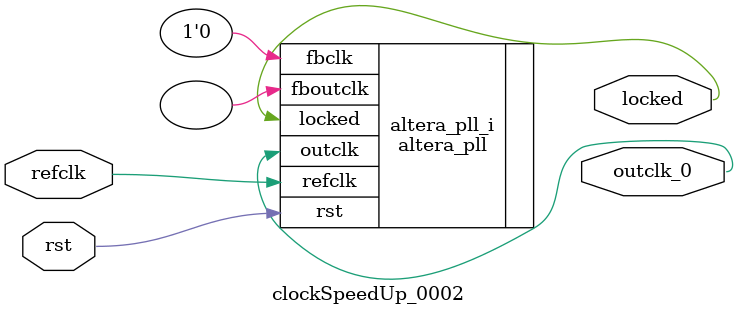
<source format=v>
`timescale 1ns/10ps
module  clockSpeedUp_0002(

	// interface 'refclk'
	input wire refclk,

	// interface 'reset'
	input wire rst,

	// interface 'outclk0'
	output wire outclk_0,

	// interface 'locked'
	output wire locked
);

	altera_pll #(
		.fractional_vco_multiplier("false"),
		.reference_clock_frequency("50.0 MHz"),
		.operation_mode("direct"),
		.number_of_clocks(1),
		.output_clock_frequency0("10.000000 MHz"),
		.phase_shift0("0 ps"),
		.duty_cycle0(50),
		.output_clock_frequency1("0 MHz"),
		.phase_shift1("0 ps"),
		.duty_cycle1(50),
		.output_clock_frequency2("0 MHz"),
		.phase_shift2("0 ps"),
		.duty_cycle2(50),
		.output_clock_frequency3("0 MHz"),
		.phase_shift3("0 ps"),
		.duty_cycle3(50),
		.output_clock_frequency4("0 MHz"),
		.phase_shift4("0 ps"),
		.duty_cycle4(50),
		.output_clock_frequency5("0 MHz"),
		.phase_shift5("0 ps"),
		.duty_cycle5(50),
		.output_clock_frequency6("0 MHz"),
		.phase_shift6("0 ps"),
		.duty_cycle6(50),
		.output_clock_frequency7("0 MHz"),
		.phase_shift7("0 ps"),
		.duty_cycle7(50),
		.output_clock_frequency8("0 MHz"),
		.phase_shift8("0 ps"),
		.duty_cycle8(50),
		.output_clock_frequency9("0 MHz"),
		.phase_shift9("0 ps"),
		.duty_cycle9(50),
		.output_clock_frequency10("0 MHz"),
		.phase_shift10("0 ps"),
		.duty_cycle10(50),
		.output_clock_frequency11("0 MHz"),
		.phase_shift11("0 ps"),
		.duty_cycle11(50),
		.output_clock_frequency12("0 MHz"),
		.phase_shift12("0 ps"),
		.duty_cycle12(50),
		.output_clock_frequency13("0 MHz"),
		.phase_shift13("0 ps"),
		.duty_cycle13(50),
		.output_clock_frequency14("0 MHz"),
		.phase_shift14("0 ps"),
		.duty_cycle14(50),
		.output_clock_frequency15("0 MHz"),
		.phase_shift15("0 ps"),
		.duty_cycle15(50),
		.output_clock_frequency16("0 MHz"),
		.phase_shift16("0 ps"),
		.duty_cycle16(50),
		.output_clock_frequency17("0 MHz"),
		.phase_shift17("0 ps"),
		.duty_cycle17(50),
		.pll_type("General"),
		.pll_subtype("General")
	) altera_pll_i (
		.rst	(rst),
		.outclk	({outclk_0}),
		.locked	(locked),
		.fboutclk	( ),
		.fbclk	(1'b0),
		.refclk	(refclk)
	);
endmodule


</source>
